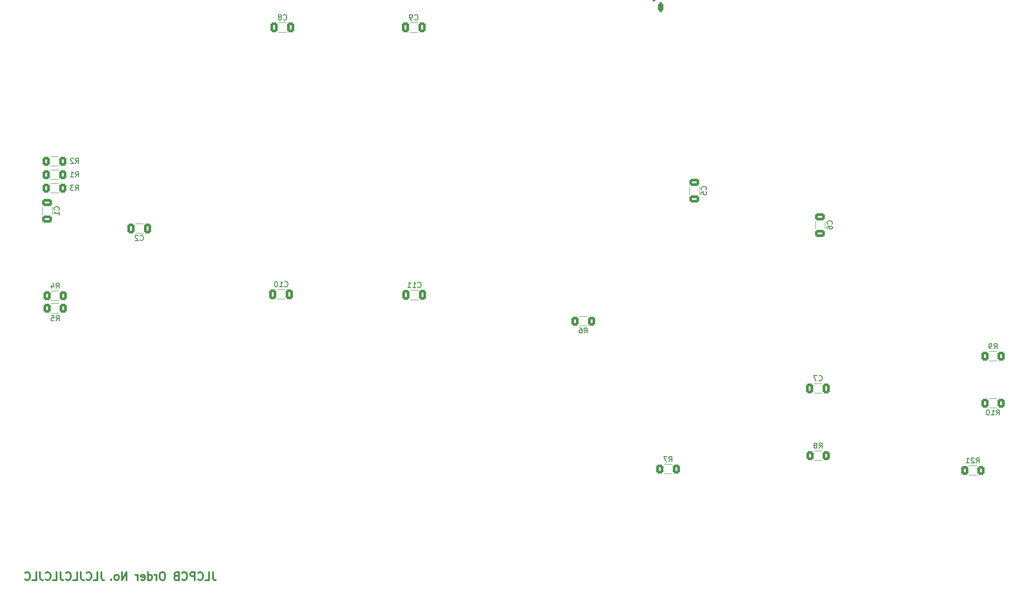
<source format=gbo>
%TF.GenerationSoftware,KiCad,Pcbnew,6.0.1+dfsg-1~bpo11+1*%
%TF.CreationDate,2022-02-11T13:16:42-06:00*%
%TF.ProjectId,raven68k-rev1,72617665-6e36-4386-9b2d-726576312e6b,rev?*%
%TF.SameCoordinates,Original*%
%TF.FileFunction,Legend,Bot*%
%TF.FilePolarity,Positive*%
%FSLAX46Y46*%
G04 Gerber Fmt 4.6, Leading zero omitted, Abs format (unit mm)*
G04 Created by KiCad (PCBNEW 6.0.1+dfsg-1~bpo11+1) date 2022-02-11 13:16:42*
%MOMM*%
%LPD*%
G01*
G04 APERTURE LIST*
G04 Aperture macros list*
%AMRoundRect*
0 Rectangle with rounded corners*
0 $1 Rounding radius*
0 $2 $3 $4 $5 $6 $7 $8 $9 X,Y pos of 4 corners*
0 Add a 4 corners polygon primitive as box body*
4,1,4,$2,$3,$4,$5,$6,$7,$8,$9,$2,$3,0*
0 Add four circle primitives for the rounded corners*
1,1,$1+$1,$2,$3*
1,1,$1+$1,$4,$5*
1,1,$1+$1,$6,$7*
1,1,$1+$1,$8,$9*
0 Add four rect primitives between the rounded corners*
20,1,$1+$1,$2,$3,$4,$5,0*
20,1,$1+$1,$4,$5,$6,$7,0*
20,1,$1+$1,$6,$7,$8,$9,0*
20,1,$1+$1,$8,$9,$2,$3,0*%
G04 Aperture macros list end*
%ADD10C,0.300000*%
%ADD11C,0.150000*%
%ADD12C,0.120000*%
%ADD13C,4.000000*%
%ADD14R,1.700000X1.700000*%
%ADD15O,1.700000X1.700000*%
%ADD16R,2.400000X1.600000*%
%ADD17O,2.400000X1.600000*%
%ADD18R,2.500000X2.500000*%
%ADD19C,2.500000*%
%ADD20R,1.500000X1.500000*%
%ADD21C,1.500000*%
%ADD22R,1.800000X1.800000*%
%ADD23C,1.800000*%
%ADD24C,5.340000*%
%ADD25C,4.575000*%
%ADD26R,1.100000X1.800000*%
%ADD27RoundRect,0.275000X-0.275000X-0.625000X0.275000X-0.625000X0.275000X0.625000X-0.275000X0.625000X0*%
%ADD28RoundRect,0.250000X0.650000X-0.412500X0.650000X0.412500X-0.650000X0.412500X-0.650000X-0.412500X0*%
%ADD29RoundRect,0.250000X-0.412500X-0.650000X0.412500X-0.650000X0.412500X0.650000X-0.412500X0.650000X0*%
%ADD30RoundRect,0.250000X0.412500X0.650000X-0.412500X0.650000X-0.412500X-0.650000X0.412500X-0.650000X0*%
%ADD31RoundRect,0.250000X0.400000X0.625000X-0.400000X0.625000X-0.400000X-0.625000X0.400000X-0.625000X0*%
%ADD32RoundRect,0.250000X-0.400000X-0.625000X0.400000X-0.625000X0.400000X0.625000X-0.400000X0.625000X0*%
G04 APERTURE END LIST*
D10*
X80576285Y-149038571D02*
X80576285Y-150110000D01*
X80647714Y-150324285D01*
X80790571Y-150467142D01*
X81004857Y-150538571D01*
X81147714Y-150538571D01*
X79147714Y-150538571D02*
X79862000Y-150538571D01*
X79862000Y-149038571D01*
X77790571Y-150395714D02*
X77862000Y-150467142D01*
X78076285Y-150538571D01*
X78219142Y-150538571D01*
X78433428Y-150467142D01*
X78576285Y-150324285D01*
X78647714Y-150181428D01*
X78719142Y-149895714D01*
X78719142Y-149681428D01*
X78647714Y-149395714D01*
X78576285Y-149252857D01*
X78433428Y-149110000D01*
X78219142Y-149038571D01*
X78076285Y-149038571D01*
X77862000Y-149110000D01*
X77790571Y-149181428D01*
X77147714Y-150538571D02*
X77147714Y-149038571D01*
X76576285Y-149038571D01*
X76433428Y-149110000D01*
X76362000Y-149181428D01*
X76290571Y-149324285D01*
X76290571Y-149538571D01*
X76362000Y-149681428D01*
X76433428Y-149752857D01*
X76576285Y-149824285D01*
X77147714Y-149824285D01*
X74790571Y-150395714D02*
X74862000Y-150467142D01*
X75076285Y-150538571D01*
X75219142Y-150538571D01*
X75433428Y-150467142D01*
X75576285Y-150324285D01*
X75647714Y-150181428D01*
X75719142Y-149895714D01*
X75719142Y-149681428D01*
X75647714Y-149395714D01*
X75576285Y-149252857D01*
X75433428Y-149110000D01*
X75219142Y-149038571D01*
X75076285Y-149038571D01*
X74862000Y-149110000D01*
X74790571Y-149181428D01*
X73647714Y-149752857D02*
X73433428Y-149824285D01*
X73362000Y-149895714D01*
X73290571Y-150038571D01*
X73290571Y-150252857D01*
X73362000Y-150395714D01*
X73433428Y-150467142D01*
X73576285Y-150538571D01*
X74147714Y-150538571D01*
X74147714Y-149038571D01*
X73647714Y-149038571D01*
X73504857Y-149110000D01*
X73433428Y-149181428D01*
X73362000Y-149324285D01*
X73362000Y-149467142D01*
X73433428Y-149610000D01*
X73504857Y-149681428D01*
X73647714Y-149752857D01*
X74147714Y-149752857D01*
X71219142Y-149038571D02*
X70933428Y-149038571D01*
X70790571Y-149110000D01*
X70647714Y-149252857D01*
X70576285Y-149538571D01*
X70576285Y-150038571D01*
X70647714Y-150324285D01*
X70790571Y-150467142D01*
X70933428Y-150538571D01*
X71219142Y-150538571D01*
X71362000Y-150467142D01*
X71504857Y-150324285D01*
X71576285Y-150038571D01*
X71576285Y-149538571D01*
X71504857Y-149252857D01*
X71362000Y-149110000D01*
X71219142Y-149038571D01*
X69933428Y-150538571D02*
X69933428Y-149538571D01*
X69933428Y-149824285D02*
X69862000Y-149681428D01*
X69790571Y-149610000D01*
X69647714Y-149538571D01*
X69504857Y-149538571D01*
X68362000Y-150538571D02*
X68362000Y-149038571D01*
X68362000Y-150467142D02*
X68504857Y-150538571D01*
X68790571Y-150538571D01*
X68933428Y-150467142D01*
X69004857Y-150395714D01*
X69076285Y-150252857D01*
X69076285Y-149824285D01*
X69004857Y-149681428D01*
X68933428Y-149610000D01*
X68790571Y-149538571D01*
X68504857Y-149538571D01*
X68362000Y-149610000D01*
X67076285Y-150467142D02*
X67219142Y-150538571D01*
X67504857Y-150538571D01*
X67647714Y-150467142D01*
X67719142Y-150324285D01*
X67719142Y-149752857D01*
X67647714Y-149610000D01*
X67504857Y-149538571D01*
X67219142Y-149538571D01*
X67076285Y-149610000D01*
X67004857Y-149752857D01*
X67004857Y-149895714D01*
X67719142Y-150038571D01*
X66362000Y-150538571D02*
X66362000Y-149538571D01*
X66362000Y-149824285D02*
X66290571Y-149681428D01*
X66219142Y-149610000D01*
X66076285Y-149538571D01*
X65933428Y-149538571D01*
X64290571Y-150538571D02*
X64290571Y-149038571D01*
X63433428Y-150538571D01*
X63433428Y-149038571D01*
X62504857Y-150538571D02*
X62647714Y-150467142D01*
X62719142Y-150395714D01*
X62790571Y-150252857D01*
X62790571Y-149824285D01*
X62719142Y-149681428D01*
X62647714Y-149610000D01*
X62504857Y-149538571D01*
X62290571Y-149538571D01*
X62147714Y-149610000D01*
X62076285Y-149681428D01*
X62004857Y-149824285D01*
X62004857Y-150252857D01*
X62076285Y-150395714D01*
X62147714Y-150467142D01*
X62290571Y-150538571D01*
X62504857Y-150538571D01*
X61362000Y-150395714D02*
X61290571Y-150467142D01*
X61362000Y-150538571D01*
X61433428Y-150467142D01*
X61362000Y-150395714D01*
X61362000Y-150538571D01*
X59506571Y-149038571D02*
X59506571Y-150110000D01*
X59578000Y-150324285D01*
X59720857Y-150467142D01*
X59935142Y-150538571D01*
X60078000Y-150538571D01*
X58078000Y-150538571D02*
X58792285Y-150538571D01*
X58792285Y-149038571D01*
X56720857Y-150395714D02*
X56792285Y-150467142D01*
X57006571Y-150538571D01*
X57149428Y-150538571D01*
X57363714Y-150467142D01*
X57506571Y-150324285D01*
X57578000Y-150181428D01*
X57649428Y-149895714D01*
X57649428Y-149681428D01*
X57578000Y-149395714D01*
X57506571Y-149252857D01*
X57363714Y-149110000D01*
X57149428Y-149038571D01*
X57006571Y-149038571D01*
X56792285Y-149110000D01*
X56720857Y-149181428D01*
X55649428Y-149038571D02*
X55649428Y-150110000D01*
X55720857Y-150324285D01*
X55863714Y-150467142D01*
X56078000Y-150538571D01*
X56220857Y-150538571D01*
X54220857Y-150538571D02*
X54935142Y-150538571D01*
X54935142Y-149038571D01*
X52863714Y-150395714D02*
X52935142Y-150467142D01*
X53149428Y-150538571D01*
X53292285Y-150538571D01*
X53506571Y-150467142D01*
X53649428Y-150324285D01*
X53720857Y-150181428D01*
X53792285Y-149895714D01*
X53792285Y-149681428D01*
X53720857Y-149395714D01*
X53649428Y-149252857D01*
X53506571Y-149110000D01*
X53292285Y-149038571D01*
X53149428Y-149038571D01*
X52935142Y-149110000D01*
X52863714Y-149181428D01*
X51792285Y-149038571D02*
X51792285Y-150110000D01*
X51863714Y-150324285D01*
X52006571Y-150467142D01*
X52220857Y-150538571D01*
X52363714Y-150538571D01*
X50363714Y-150538571D02*
X51077999Y-150538571D01*
X51077999Y-149038571D01*
X49006571Y-150395714D02*
X49077999Y-150467142D01*
X49292285Y-150538571D01*
X49435142Y-150538571D01*
X49649428Y-150467142D01*
X49792285Y-150324285D01*
X49863714Y-150181428D01*
X49935142Y-149895714D01*
X49935142Y-149681428D01*
X49863714Y-149395714D01*
X49792285Y-149252857D01*
X49649428Y-149110000D01*
X49435142Y-149038571D01*
X49292285Y-149038571D01*
X49077999Y-149110000D01*
X49006571Y-149181428D01*
X47935142Y-149038571D02*
X47935142Y-150110000D01*
X48006571Y-150324285D01*
X48149428Y-150467142D01*
X48363714Y-150538571D01*
X48506571Y-150538571D01*
X46506571Y-150538571D02*
X47220857Y-150538571D01*
X47220857Y-149038571D01*
X45149428Y-150395714D02*
X45220857Y-150467142D01*
X45435142Y-150538571D01*
X45577999Y-150538571D01*
X45792285Y-150467142D01*
X45935142Y-150324285D01*
X46006571Y-150181428D01*
X46077999Y-149895714D01*
X46077999Y-149681428D01*
X46006571Y-149395714D01*
X45935142Y-149252857D01*
X45792285Y-149110000D01*
X45577999Y-149038571D01*
X45435142Y-149038571D01*
X45220857Y-149110000D01*
X45149428Y-149181428D01*
D11*
%TO.C,C1*%
X51483142Y-80605333D02*
X51530761Y-80557714D01*
X51578380Y-80414857D01*
X51578380Y-80319619D01*
X51530761Y-80176761D01*
X51435523Y-80081523D01*
X51340285Y-80033904D01*
X51149809Y-79986285D01*
X51006952Y-79986285D01*
X50816476Y-80033904D01*
X50721238Y-80081523D01*
X50626000Y-80176761D01*
X50578380Y-80319619D01*
X50578380Y-80414857D01*
X50626000Y-80557714D01*
X50673619Y-80605333D01*
X51578380Y-81557714D02*
X51578380Y-80986285D01*
X51578380Y-81272000D02*
X50578380Y-81272000D01*
X50721238Y-81176761D01*
X50816476Y-81081523D01*
X50864095Y-80986285D01*
%TO.C,C2*%
X66841666Y-86281142D02*
X66889285Y-86328761D01*
X67032142Y-86376380D01*
X67127380Y-86376380D01*
X67270238Y-86328761D01*
X67365476Y-86233523D01*
X67413095Y-86138285D01*
X67460714Y-85947809D01*
X67460714Y-85804952D01*
X67413095Y-85614476D01*
X67365476Y-85519238D01*
X67270238Y-85424000D01*
X67127380Y-85376380D01*
X67032142Y-85376380D01*
X66889285Y-85424000D01*
X66841666Y-85471619D01*
X66460714Y-85471619D02*
X66413095Y-85424000D01*
X66317857Y-85376380D01*
X66079761Y-85376380D01*
X65984523Y-85424000D01*
X65936904Y-85471619D01*
X65889285Y-85566857D01*
X65889285Y-85662095D01*
X65936904Y-85804952D01*
X66508333Y-86376380D01*
X65889285Y-86376380D01*
%TO.C,C5*%
X173657142Y-76795333D02*
X173704761Y-76747714D01*
X173752380Y-76604857D01*
X173752380Y-76509619D01*
X173704761Y-76366761D01*
X173609523Y-76271523D01*
X173514285Y-76223904D01*
X173323809Y-76176285D01*
X173180952Y-76176285D01*
X172990476Y-76223904D01*
X172895238Y-76271523D01*
X172800000Y-76366761D01*
X172752380Y-76509619D01*
X172752380Y-76604857D01*
X172800000Y-76747714D01*
X172847619Y-76795333D01*
X172752380Y-77700095D02*
X172752380Y-77223904D01*
X173228571Y-77176285D01*
X173180952Y-77223904D01*
X173133333Y-77319142D01*
X173133333Y-77557238D01*
X173180952Y-77652476D01*
X173228571Y-77700095D01*
X173323809Y-77747714D01*
X173561904Y-77747714D01*
X173657142Y-77700095D01*
X173704761Y-77652476D01*
X173752380Y-77557238D01*
X173752380Y-77319142D01*
X173704761Y-77223904D01*
X173657142Y-77176285D01*
%TO.C,C6*%
X197406142Y-83272333D02*
X197453761Y-83224714D01*
X197501380Y-83081857D01*
X197501380Y-82986619D01*
X197453761Y-82843761D01*
X197358523Y-82748523D01*
X197263285Y-82700904D01*
X197072809Y-82653285D01*
X196929952Y-82653285D01*
X196739476Y-82700904D01*
X196644238Y-82748523D01*
X196549000Y-82843761D01*
X196501380Y-82986619D01*
X196501380Y-83081857D01*
X196549000Y-83224714D01*
X196596619Y-83272333D01*
X196501380Y-84129476D02*
X196501380Y-83939000D01*
X196549000Y-83843761D01*
X196596619Y-83796142D01*
X196739476Y-83700904D01*
X196929952Y-83653285D01*
X197310904Y-83653285D01*
X197406142Y-83700904D01*
X197453761Y-83748523D01*
X197501380Y-83843761D01*
X197501380Y-84034238D01*
X197453761Y-84129476D01*
X197406142Y-84177095D01*
X197310904Y-84224714D01*
X197072809Y-84224714D01*
X196977571Y-84177095D01*
X196929952Y-84129476D01*
X196882333Y-84034238D01*
X196882333Y-83843761D01*
X196929952Y-83748523D01*
X196977571Y-83700904D01*
X197072809Y-83653285D01*
%TO.C,C7*%
X194984666Y-112807142D02*
X195032285Y-112854761D01*
X195175142Y-112902380D01*
X195270380Y-112902380D01*
X195413238Y-112854761D01*
X195508476Y-112759523D01*
X195556095Y-112664285D01*
X195603714Y-112473809D01*
X195603714Y-112330952D01*
X195556095Y-112140476D01*
X195508476Y-112045238D01*
X195413238Y-111950000D01*
X195270380Y-111902380D01*
X195175142Y-111902380D01*
X195032285Y-111950000D01*
X194984666Y-111997619D01*
X194651333Y-111902380D02*
X193984666Y-111902380D01*
X194413238Y-112902380D01*
%TO.C,C8*%
X93892666Y-44608142D02*
X93940285Y-44655761D01*
X94083142Y-44703380D01*
X94178380Y-44703380D01*
X94321238Y-44655761D01*
X94416476Y-44560523D01*
X94464095Y-44465285D01*
X94511714Y-44274809D01*
X94511714Y-44131952D01*
X94464095Y-43941476D01*
X94416476Y-43846238D01*
X94321238Y-43751000D01*
X94178380Y-43703380D01*
X94083142Y-43703380D01*
X93940285Y-43751000D01*
X93892666Y-43798619D01*
X93321238Y-44131952D02*
X93416476Y-44084333D01*
X93464095Y-44036714D01*
X93511714Y-43941476D01*
X93511714Y-43893857D01*
X93464095Y-43798619D01*
X93416476Y-43751000D01*
X93321238Y-43703380D01*
X93130761Y-43703380D01*
X93035523Y-43751000D01*
X92987904Y-43798619D01*
X92940285Y-43893857D01*
X92940285Y-43941476D01*
X92987904Y-44036714D01*
X93035523Y-44084333D01*
X93130761Y-44131952D01*
X93321238Y-44131952D01*
X93416476Y-44179571D01*
X93464095Y-44227190D01*
X93511714Y-44322428D01*
X93511714Y-44512904D01*
X93464095Y-44608142D01*
X93416476Y-44655761D01*
X93321238Y-44703380D01*
X93130761Y-44703380D01*
X93035523Y-44655761D01*
X92987904Y-44608142D01*
X92940285Y-44512904D01*
X92940285Y-44322428D01*
X92987904Y-44227190D01*
X93035523Y-44179571D01*
X93130761Y-44131952D01*
%TO.C,C9*%
X118657666Y-44608142D02*
X118705285Y-44655761D01*
X118848142Y-44703380D01*
X118943380Y-44703380D01*
X119086238Y-44655761D01*
X119181476Y-44560523D01*
X119229095Y-44465285D01*
X119276714Y-44274809D01*
X119276714Y-44131952D01*
X119229095Y-43941476D01*
X119181476Y-43846238D01*
X119086238Y-43751000D01*
X118943380Y-43703380D01*
X118848142Y-43703380D01*
X118705285Y-43751000D01*
X118657666Y-43798619D01*
X118181476Y-44703380D02*
X117991000Y-44703380D01*
X117895761Y-44655761D01*
X117848142Y-44608142D01*
X117752904Y-44465285D01*
X117705285Y-44274809D01*
X117705285Y-43893857D01*
X117752904Y-43798619D01*
X117800523Y-43751000D01*
X117895761Y-43703380D01*
X118086238Y-43703380D01*
X118181476Y-43751000D01*
X118229095Y-43798619D01*
X118276714Y-43893857D01*
X118276714Y-44131952D01*
X118229095Y-44227190D01*
X118181476Y-44274809D01*
X118086238Y-44322428D01*
X117895761Y-44322428D01*
X117800523Y-44274809D01*
X117752904Y-44227190D01*
X117705285Y-44131952D01*
%TO.C,C11*%
X119260857Y-95154142D02*
X119308476Y-95201761D01*
X119451333Y-95249380D01*
X119546571Y-95249380D01*
X119689428Y-95201761D01*
X119784666Y-95106523D01*
X119832285Y-95011285D01*
X119879904Y-94820809D01*
X119879904Y-94677952D01*
X119832285Y-94487476D01*
X119784666Y-94392238D01*
X119689428Y-94297000D01*
X119546571Y-94249380D01*
X119451333Y-94249380D01*
X119308476Y-94297000D01*
X119260857Y-94344619D01*
X118308476Y-95249380D02*
X118879904Y-95249380D01*
X118594190Y-95249380D02*
X118594190Y-94249380D01*
X118689428Y-94392238D01*
X118784666Y-94487476D01*
X118879904Y-94535095D01*
X117356095Y-95249380D02*
X117927523Y-95249380D01*
X117641809Y-95249380D02*
X117641809Y-94249380D01*
X117737047Y-94392238D01*
X117832285Y-94487476D01*
X117927523Y-94535095D01*
%TO.C,C10*%
X94114857Y-95027142D02*
X94162476Y-95074761D01*
X94305333Y-95122380D01*
X94400571Y-95122380D01*
X94543428Y-95074761D01*
X94638666Y-94979523D01*
X94686285Y-94884285D01*
X94733904Y-94693809D01*
X94733904Y-94550952D01*
X94686285Y-94360476D01*
X94638666Y-94265238D01*
X94543428Y-94170000D01*
X94400571Y-94122380D01*
X94305333Y-94122380D01*
X94162476Y-94170000D01*
X94114857Y-94217619D01*
X93162476Y-95122380D02*
X93733904Y-95122380D01*
X93448190Y-95122380D02*
X93448190Y-94122380D01*
X93543428Y-94265238D01*
X93638666Y-94360476D01*
X93733904Y-94408095D01*
X92543428Y-94122380D02*
X92448190Y-94122380D01*
X92352952Y-94170000D01*
X92305333Y-94217619D01*
X92257714Y-94312857D01*
X92210095Y-94503333D01*
X92210095Y-94741428D01*
X92257714Y-94931904D01*
X92305333Y-95027142D01*
X92352952Y-95074761D01*
X92448190Y-95122380D01*
X92543428Y-95122380D01*
X92638666Y-95074761D01*
X92686285Y-95027142D01*
X92733904Y-94931904D01*
X92781523Y-94741428D01*
X92781523Y-94503333D01*
X92733904Y-94312857D01*
X92686285Y-94217619D01*
X92638666Y-94170000D01*
X92543428Y-94122380D01*
%TO.C,R21*%
X224670857Y-128426380D02*
X225004190Y-127950190D01*
X225242285Y-128426380D02*
X225242285Y-127426380D01*
X224861333Y-127426380D01*
X224766095Y-127474000D01*
X224718476Y-127521619D01*
X224670857Y-127616857D01*
X224670857Y-127759714D01*
X224718476Y-127854952D01*
X224766095Y-127902571D01*
X224861333Y-127950190D01*
X225242285Y-127950190D01*
X224289904Y-127521619D02*
X224242285Y-127474000D01*
X224147047Y-127426380D01*
X223908952Y-127426380D01*
X223813714Y-127474000D01*
X223766095Y-127521619D01*
X223718476Y-127616857D01*
X223718476Y-127712095D01*
X223766095Y-127854952D01*
X224337523Y-128426380D01*
X223718476Y-128426380D01*
X222766095Y-128426380D02*
X223337523Y-128426380D01*
X223051809Y-128426380D02*
X223051809Y-127426380D01*
X223147047Y-127569238D01*
X223242285Y-127664476D01*
X223337523Y-127712095D01*
%TO.C,R4*%
X50966666Y-95406380D02*
X51300000Y-94930190D01*
X51538095Y-95406380D02*
X51538095Y-94406380D01*
X51157142Y-94406380D01*
X51061904Y-94454000D01*
X51014285Y-94501619D01*
X50966666Y-94596857D01*
X50966666Y-94739714D01*
X51014285Y-94834952D01*
X51061904Y-94882571D01*
X51157142Y-94930190D01*
X51538095Y-94930190D01*
X50109523Y-94739714D02*
X50109523Y-95406380D01*
X50347619Y-94358761D02*
X50585714Y-95073047D01*
X49966666Y-95073047D01*
%TO.C,R2*%
X54649666Y-71826380D02*
X54983000Y-71350190D01*
X55221095Y-71826380D02*
X55221095Y-70826380D01*
X54840142Y-70826380D01*
X54744904Y-70874000D01*
X54697285Y-70921619D01*
X54649666Y-71016857D01*
X54649666Y-71159714D01*
X54697285Y-71254952D01*
X54744904Y-71302571D01*
X54840142Y-71350190D01*
X55221095Y-71350190D01*
X54268714Y-70921619D02*
X54221095Y-70874000D01*
X54125857Y-70826380D01*
X53887761Y-70826380D01*
X53792523Y-70874000D01*
X53744904Y-70921619D01*
X53697285Y-71016857D01*
X53697285Y-71112095D01*
X53744904Y-71254952D01*
X54316333Y-71826380D01*
X53697285Y-71826380D01*
%TO.C,R1*%
X54649666Y-74366380D02*
X54983000Y-73890190D01*
X55221095Y-74366380D02*
X55221095Y-73366380D01*
X54840142Y-73366380D01*
X54744904Y-73414000D01*
X54697285Y-73461619D01*
X54649666Y-73556857D01*
X54649666Y-73699714D01*
X54697285Y-73794952D01*
X54744904Y-73842571D01*
X54840142Y-73890190D01*
X55221095Y-73890190D01*
X53697285Y-74366380D02*
X54268714Y-74366380D01*
X53983000Y-74366380D02*
X53983000Y-73366380D01*
X54078238Y-73509238D01*
X54173476Y-73604476D01*
X54268714Y-73652095D01*
%TO.C,R6*%
X150661666Y-103872380D02*
X150995000Y-103396190D01*
X151233095Y-103872380D02*
X151233095Y-102872380D01*
X150852142Y-102872380D01*
X150756904Y-102920000D01*
X150709285Y-102967619D01*
X150661666Y-103062857D01*
X150661666Y-103205714D01*
X150709285Y-103300952D01*
X150756904Y-103348571D01*
X150852142Y-103396190D01*
X151233095Y-103396190D01*
X149804523Y-102872380D02*
X149995000Y-102872380D01*
X150090238Y-102920000D01*
X150137857Y-102967619D01*
X150233095Y-103110476D01*
X150280714Y-103300952D01*
X150280714Y-103681904D01*
X150233095Y-103777142D01*
X150185476Y-103824761D01*
X150090238Y-103872380D01*
X149899761Y-103872380D01*
X149804523Y-103824761D01*
X149756904Y-103777142D01*
X149709285Y-103681904D01*
X149709285Y-103443809D01*
X149756904Y-103348571D01*
X149804523Y-103300952D01*
X149899761Y-103253333D01*
X150090238Y-103253333D01*
X150185476Y-103300952D01*
X150233095Y-103348571D01*
X150280714Y-103443809D01*
%TO.C,R8*%
X194984666Y-125632380D02*
X195318000Y-125156190D01*
X195556095Y-125632380D02*
X195556095Y-124632380D01*
X195175142Y-124632380D01*
X195079904Y-124680000D01*
X195032285Y-124727619D01*
X194984666Y-124822857D01*
X194984666Y-124965714D01*
X195032285Y-125060952D01*
X195079904Y-125108571D01*
X195175142Y-125156190D01*
X195556095Y-125156190D01*
X194413238Y-125060952D02*
X194508476Y-125013333D01*
X194556095Y-124965714D01*
X194603714Y-124870476D01*
X194603714Y-124822857D01*
X194556095Y-124727619D01*
X194508476Y-124680000D01*
X194413238Y-124632380D01*
X194222761Y-124632380D01*
X194127523Y-124680000D01*
X194079904Y-124727619D01*
X194032285Y-124822857D01*
X194032285Y-124870476D01*
X194079904Y-124965714D01*
X194127523Y-125013333D01*
X194222761Y-125060952D01*
X194413238Y-125060952D01*
X194508476Y-125108571D01*
X194556095Y-125156190D01*
X194603714Y-125251428D01*
X194603714Y-125441904D01*
X194556095Y-125537142D01*
X194508476Y-125584761D01*
X194413238Y-125632380D01*
X194222761Y-125632380D01*
X194127523Y-125584761D01*
X194079904Y-125537142D01*
X194032285Y-125441904D01*
X194032285Y-125251428D01*
X194079904Y-125156190D01*
X194127523Y-125108571D01*
X194222761Y-125060952D01*
%TO.C,R7*%
X166663666Y-128172380D02*
X166997000Y-127696190D01*
X167235095Y-128172380D02*
X167235095Y-127172380D01*
X166854142Y-127172380D01*
X166758904Y-127220000D01*
X166711285Y-127267619D01*
X166663666Y-127362857D01*
X166663666Y-127505714D01*
X166711285Y-127600952D01*
X166758904Y-127648571D01*
X166854142Y-127696190D01*
X167235095Y-127696190D01*
X166330333Y-127172380D02*
X165663666Y-127172380D01*
X166092238Y-128172380D01*
%TO.C,R10*%
X228480857Y-119366380D02*
X228814190Y-118890190D01*
X229052285Y-119366380D02*
X229052285Y-118366380D01*
X228671333Y-118366380D01*
X228576095Y-118414000D01*
X228528476Y-118461619D01*
X228480857Y-118556857D01*
X228480857Y-118699714D01*
X228528476Y-118794952D01*
X228576095Y-118842571D01*
X228671333Y-118890190D01*
X229052285Y-118890190D01*
X227528476Y-119366380D02*
X228099904Y-119366380D01*
X227814190Y-119366380D02*
X227814190Y-118366380D01*
X227909428Y-118509238D01*
X228004666Y-118604476D01*
X228099904Y-118652095D01*
X226909428Y-118366380D02*
X226814190Y-118366380D01*
X226718952Y-118414000D01*
X226671333Y-118461619D01*
X226623714Y-118556857D01*
X226576095Y-118747333D01*
X226576095Y-118985428D01*
X226623714Y-119175904D01*
X226671333Y-119271142D01*
X226718952Y-119318761D01*
X226814190Y-119366380D01*
X226909428Y-119366380D01*
X227004666Y-119318761D01*
X227052285Y-119271142D01*
X227099904Y-119175904D01*
X227147523Y-118985428D01*
X227147523Y-118747333D01*
X227099904Y-118556857D01*
X227052285Y-118461619D01*
X227004666Y-118414000D01*
X226909428Y-118366380D01*
%TO.C,R3*%
X54649666Y-76906380D02*
X54983000Y-76430190D01*
X55221095Y-76906380D02*
X55221095Y-75906380D01*
X54840142Y-75906380D01*
X54744904Y-75954000D01*
X54697285Y-76001619D01*
X54649666Y-76096857D01*
X54649666Y-76239714D01*
X54697285Y-76334952D01*
X54744904Y-76382571D01*
X54840142Y-76430190D01*
X55221095Y-76430190D01*
X54316333Y-75906380D02*
X53697285Y-75906380D01*
X54030619Y-76287333D01*
X53887761Y-76287333D01*
X53792523Y-76334952D01*
X53744904Y-76382571D01*
X53697285Y-76477809D01*
X53697285Y-76715904D01*
X53744904Y-76811142D01*
X53792523Y-76858761D01*
X53887761Y-76906380D01*
X54173476Y-76906380D01*
X54268714Y-76858761D01*
X54316333Y-76811142D01*
%TO.C,R5*%
X50966666Y-101544380D02*
X51300000Y-101068190D01*
X51538095Y-101544380D02*
X51538095Y-100544380D01*
X51157142Y-100544380D01*
X51061904Y-100592000D01*
X51014285Y-100639619D01*
X50966666Y-100734857D01*
X50966666Y-100877714D01*
X51014285Y-100972952D01*
X51061904Y-101020571D01*
X51157142Y-101068190D01*
X51538095Y-101068190D01*
X50061904Y-100544380D02*
X50538095Y-100544380D01*
X50585714Y-101020571D01*
X50538095Y-100972952D01*
X50442857Y-100925333D01*
X50204761Y-100925333D01*
X50109523Y-100972952D01*
X50061904Y-101020571D01*
X50014285Y-101115809D01*
X50014285Y-101353904D01*
X50061904Y-101449142D01*
X50109523Y-101496761D01*
X50204761Y-101544380D01*
X50442857Y-101544380D01*
X50538095Y-101496761D01*
X50585714Y-101449142D01*
%TO.C,R9*%
X228004666Y-106836380D02*
X228338000Y-106360190D01*
X228576095Y-106836380D02*
X228576095Y-105836380D01*
X228195142Y-105836380D01*
X228099904Y-105884000D01*
X228052285Y-105931619D01*
X228004666Y-106026857D01*
X228004666Y-106169714D01*
X228052285Y-106264952D01*
X228099904Y-106312571D01*
X228195142Y-106360190D01*
X228576095Y-106360190D01*
X227528476Y-106836380D02*
X227338000Y-106836380D01*
X227242761Y-106788761D01*
X227195142Y-106741142D01*
X227099904Y-106598285D01*
X227052285Y-106407809D01*
X227052285Y-106026857D01*
X227099904Y-105931619D01*
X227147523Y-105884000D01*
X227242761Y-105836380D01*
X227433238Y-105836380D01*
X227528476Y-105884000D01*
X227576095Y-105931619D01*
X227623714Y-106026857D01*
X227623714Y-106264952D01*
X227576095Y-106360190D01*
X227528476Y-106407809D01*
X227433238Y-106455428D01*
X227242761Y-106455428D01*
X227147523Y-106407809D01*
X227099904Y-106360190D01*
X227052285Y-106264952D01*
D12*
%TO.C,C1*%
X50186000Y-81483252D02*
X50186000Y-80060748D01*
X48366000Y-81483252D02*
X48366000Y-80060748D01*
%TO.C,C2*%
X65963748Y-83164000D02*
X67386252Y-83164000D01*
X65963748Y-84984000D02*
X67386252Y-84984000D01*
%TO.C,C5*%
X172360000Y-77673252D02*
X172360000Y-76250748D01*
X170540000Y-77673252D02*
X170540000Y-76250748D01*
%TO.C,C6*%
X196109000Y-84150252D02*
X196109000Y-82727748D01*
X194289000Y-84150252D02*
X194289000Y-82727748D01*
%TO.C,C7*%
X195529252Y-113390000D02*
X194106748Y-113390000D01*
X195529252Y-115210000D02*
X194106748Y-115210000D01*
%TO.C,C8*%
X94437252Y-45191000D02*
X93014748Y-45191000D01*
X94437252Y-47011000D02*
X93014748Y-47011000D01*
%TO.C,C9*%
X119202252Y-47011000D02*
X117779748Y-47011000D01*
X119202252Y-45191000D02*
X117779748Y-45191000D01*
%TO.C,C11*%
X119329252Y-97557000D02*
X117906748Y-97557000D01*
X119329252Y-95737000D02*
X117906748Y-95737000D01*
%TO.C,C10*%
X94183252Y-95610000D02*
X92760748Y-95610000D01*
X94183252Y-97430000D02*
X92760748Y-97430000D01*
%TO.C,R21*%
X224755064Y-128884000D02*
X223300936Y-128884000D01*
X224755064Y-130704000D02*
X223300936Y-130704000D01*
%TO.C,R4*%
X51527064Y-95864000D02*
X50072936Y-95864000D01*
X51527064Y-97684000D02*
X50072936Y-97684000D01*
%TO.C,R2*%
X51400064Y-70464000D02*
X49945936Y-70464000D01*
X51400064Y-72284000D02*
X49945936Y-72284000D01*
%TO.C,R1*%
X51400064Y-73004000D02*
X49945936Y-73004000D01*
X51400064Y-74824000D02*
X49945936Y-74824000D01*
%TO.C,R6*%
X149767936Y-102510000D02*
X151222064Y-102510000D01*
X149767936Y-100690000D02*
X151222064Y-100690000D01*
%TO.C,R8*%
X195545064Y-126090000D02*
X194090936Y-126090000D01*
X195545064Y-127910000D02*
X194090936Y-127910000D01*
%TO.C,R7*%
X167224064Y-128630000D02*
X165769936Y-128630000D01*
X167224064Y-130450000D02*
X165769936Y-130450000D01*
%TO.C,R10*%
X227110936Y-118004000D02*
X228565064Y-118004000D01*
X227110936Y-116184000D02*
X228565064Y-116184000D01*
%TO.C,R3*%
X51400064Y-75544000D02*
X49945936Y-75544000D01*
X51400064Y-77364000D02*
X49945936Y-77364000D01*
%TO.C,R5*%
X51527064Y-100097000D02*
X50072936Y-100097000D01*
X51527064Y-98277000D02*
X50072936Y-98277000D01*
%TO.C,R9*%
X228565064Y-107294000D02*
X227110936Y-107294000D01*
X228565064Y-109114000D02*
X227110936Y-109114000D01*
%TD*%
%LPC*%
D13*
%TO.C,REF\u002A\u002A*%
X212852000Y-56134000D03*
%TD*%
D14*
%TO.C,J1*%
X136271000Y-45148500D03*
D15*
X138811000Y-45148500D03*
X141351000Y-45148500D03*
X143891000Y-45148500D03*
X146431000Y-45148500D03*
X148971000Y-45148500D03*
%TD*%
D16*
%TO.C,U4*%
X146050000Y-81285000D03*
D17*
X146050000Y-83825000D03*
X146050000Y-86365000D03*
X146050000Y-88905000D03*
X146050000Y-91445000D03*
X146050000Y-93985000D03*
X146050000Y-96525000D03*
X146050000Y-99065000D03*
X146050000Y-101605000D03*
X146050000Y-104145000D03*
X146050000Y-106685000D03*
X146050000Y-109225000D03*
X146050000Y-111765000D03*
X146050000Y-114305000D03*
X146050000Y-116845000D03*
X146050000Y-119385000D03*
X146050000Y-121925000D03*
X146050000Y-124465000D03*
X146050000Y-127005000D03*
X146050000Y-129545000D03*
X171450000Y-129545000D03*
X171450000Y-127005000D03*
X171450000Y-124465000D03*
X171450000Y-121925000D03*
X171450000Y-119385000D03*
X171450000Y-116845000D03*
X171450000Y-114305000D03*
X171450000Y-111765000D03*
X171450000Y-109225000D03*
X171450000Y-106685000D03*
X171450000Y-104145000D03*
X171450000Y-101605000D03*
X171450000Y-99065000D03*
X171450000Y-96525000D03*
X171450000Y-93985000D03*
X171450000Y-91445000D03*
X171450000Y-88905000D03*
X171450000Y-86365000D03*
X171450000Y-83825000D03*
X171450000Y-81285000D03*
%TD*%
D16*
%TO.C,U2*%
X45974000Y-45969000D03*
D17*
X45974000Y-48509000D03*
X45974000Y-51049000D03*
X45974000Y-53589000D03*
X45974000Y-56129000D03*
X45974000Y-58669000D03*
X45974000Y-61209000D03*
X45974000Y-63749000D03*
X45974000Y-66289000D03*
X45974000Y-68829000D03*
X45974000Y-71369000D03*
X45974000Y-73909000D03*
X45974000Y-76449000D03*
X45974000Y-78989000D03*
X45974000Y-81529000D03*
X45974000Y-84069000D03*
X45974000Y-86609000D03*
X45974000Y-89149000D03*
X45974000Y-91689000D03*
X45974000Y-94229000D03*
X45974000Y-96769000D03*
X45974000Y-99309000D03*
X45974000Y-101849000D03*
X45974000Y-104389000D03*
X45974000Y-106929000D03*
X45974000Y-109469000D03*
X45974000Y-112009000D03*
X45974000Y-114549000D03*
X45974000Y-117089000D03*
X45974000Y-119629000D03*
X45974000Y-122169000D03*
X45974000Y-124709000D03*
X71374000Y-124709000D03*
X71374000Y-122169000D03*
X71374000Y-119629000D03*
X71374000Y-117089000D03*
X71374000Y-114549000D03*
X71374000Y-112009000D03*
X71374000Y-109469000D03*
X71374000Y-106929000D03*
X71374000Y-104389000D03*
X71374000Y-101849000D03*
X71374000Y-99309000D03*
X71374000Y-96769000D03*
X71374000Y-94229000D03*
X71374000Y-91689000D03*
X71374000Y-89149000D03*
X71374000Y-86609000D03*
X71374000Y-84069000D03*
X71374000Y-81529000D03*
X71374000Y-78989000D03*
X71374000Y-76449000D03*
X71374000Y-73909000D03*
X71374000Y-71369000D03*
X71374000Y-68829000D03*
X71374000Y-66289000D03*
X71374000Y-63749000D03*
X71374000Y-61209000D03*
X71374000Y-58669000D03*
X71374000Y-56129000D03*
X71374000Y-53589000D03*
X71374000Y-51049000D03*
X71374000Y-48509000D03*
X71374000Y-45969000D03*
%TD*%
D16*
%TO.C,U5*%
X190510000Y-85095000D03*
D17*
X190510000Y-87635000D03*
X190510000Y-90175000D03*
X190510000Y-92715000D03*
X190510000Y-95255000D03*
X190510000Y-97795000D03*
X190510000Y-100335000D03*
X190510000Y-102875000D03*
X190510000Y-105415000D03*
X190510000Y-107955000D03*
X198130000Y-107955000D03*
X198130000Y-105415000D03*
X198130000Y-102875000D03*
X198130000Y-100335000D03*
X198130000Y-97795000D03*
X198130000Y-95255000D03*
X198130000Y-92715000D03*
X198130000Y-90175000D03*
X198130000Y-87635000D03*
X198130000Y-85095000D03*
%TD*%
D14*
%TO.C,U6*%
X160909000Y-142621000D03*
D15*
X163449000Y-142621000D03*
X165989000Y-142621000D03*
X168529000Y-142621000D03*
X171069000Y-142621000D03*
X173609000Y-142621000D03*
%TD*%
D18*
%TO.C,X2*%
X158750000Y-59690000D03*
D19*
X158750000Y-74930000D03*
X166370000Y-74930000D03*
X166370000Y-59690000D03*
%TD*%
D16*
%TO.C,U10*%
X108199000Y-96505000D03*
D17*
X108199000Y-99045000D03*
X108199000Y-101585000D03*
X108199000Y-104125000D03*
X108199000Y-106665000D03*
X108199000Y-109205000D03*
X108199000Y-111745000D03*
X108199000Y-114285000D03*
X108199000Y-116825000D03*
X108199000Y-119365000D03*
X108199000Y-121905000D03*
X108199000Y-124445000D03*
X108199000Y-126985000D03*
X108199000Y-129525000D03*
X123439000Y-129525000D03*
X123439000Y-126985000D03*
X123439000Y-124445000D03*
X123439000Y-121905000D03*
X123439000Y-119365000D03*
X123439000Y-116825000D03*
X123439000Y-114285000D03*
X123439000Y-111745000D03*
X123439000Y-109205000D03*
X123439000Y-106665000D03*
X123439000Y-104125000D03*
X123439000Y-101585000D03*
X123439000Y-99045000D03*
X123439000Y-96505000D03*
%TD*%
D16*
%TO.C,U11*%
X83053000Y-96505000D03*
D17*
X83053000Y-99045000D03*
X83053000Y-101585000D03*
X83053000Y-104125000D03*
X83053000Y-106665000D03*
X83053000Y-109205000D03*
X83053000Y-111745000D03*
X83053000Y-114285000D03*
X83053000Y-116825000D03*
X83053000Y-119365000D03*
X83053000Y-121905000D03*
X83053000Y-124445000D03*
X83053000Y-126985000D03*
X83053000Y-129525000D03*
X98293000Y-129525000D03*
X98293000Y-126985000D03*
X98293000Y-124445000D03*
X98293000Y-121905000D03*
X98293000Y-119365000D03*
X98293000Y-116825000D03*
X98293000Y-114285000D03*
X98293000Y-111745000D03*
X98293000Y-109205000D03*
X98293000Y-106665000D03*
X98293000Y-104125000D03*
X98293000Y-101585000D03*
X98293000Y-99045000D03*
X98293000Y-96505000D03*
%TD*%
D16*
%TO.C,U9*%
X108199000Y-45847000D03*
D17*
X108199000Y-48387000D03*
X108199000Y-50927000D03*
X108199000Y-53467000D03*
X108199000Y-56007000D03*
X108199000Y-58547000D03*
X108199000Y-61087000D03*
X108199000Y-63627000D03*
X108199000Y-66167000D03*
X108199000Y-68707000D03*
X108199000Y-71247000D03*
X108199000Y-73787000D03*
X108199000Y-76327000D03*
X108199000Y-78867000D03*
X108199000Y-81407000D03*
X108199000Y-83947000D03*
X123439000Y-83947000D03*
X123439000Y-81407000D03*
X123439000Y-78867000D03*
X123439000Y-76327000D03*
X123439000Y-73787000D03*
X123439000Y-71247000D03*
X123439000Y-68707000D03*
X123439000Y-66167000D03*
X123439000Y-63627000D03*
X123439000Y-61087000D03*
X123439000Y-58547000D03*
X123439000Y-56007000D03*
X123439000Y-53467000D03*
X123439000Y-50927000D03*
X123439000Y-48387000D03*
X123439000Y-45847000D03*
%TD*%
D16*
%TO.C,U8*%
X83307000Y-45974000D03*
D17*
X83307000Y-48514000D03*
X83307000Y-51054000D03*
X83307000Y-53594000D03*
X83307000Y-56134000D03*
X83307000Y-58674000D03*
X83307000Y-61214000D03*
X83307000Y-63754000D03*
X83307000Y-66294000D03*
X83307000Y-68834000D03*
X83307000Y-71374000D03*
X83307000Y-73914000D03*
X83307000Y-76454000D03*
X83307000Y-78994000D03*
X83307000Y-81534000D03*
X83307000Y-84074000D03*
X98547000Y-84074000D03*
X98547000Y-81534000D03*
X98547000Y-78994000D03*
X98547000Y-76454000D03*
X98547000Y-73914000D03*
X98547000Y-71374000D03*
X98547000Y-68834000D03*
X98547000Y-66294000D03*
X98547000Y-63754000D03*
X98547000Y-61214000D03*
X98547000Y-58674000D03*
X98547000Y-56134000D03*
X98547000Y-53594000D03*
X98547000Y-51054000D03*
X98547000Y-48514000D03*
X98547000Y-45974000D03*
%TD*%
D16*
%TO.C,U7*%
X184145000Y-114295000D03*
D17*
X184145000Y-116835000D03*
X184145000Y-119375000D03*
X184145000Y-121915000D03*
X184145000Y-124455000D03*
X184145000Y-126995000D03*
X184145000Y-129535000D03*
X184145000Y-132075000D03*
X184145000Y-134615000D03*
X184145000Y-137155000D03*
X184145000Y-139695000D03*
X184145000Y-142235000D03*
X199385000Y-142235000D03*
X199385000Y-139695000D03*
X199385000Y-137155000D03*
X199385000Y-134615000D03*
X199385000Y-132075000D03*
X199385000Y-129535000D03*
X199385000Y-126995000D03*
X199385000Y-124455000D03*
X199385000Y-121915000D03*
X199385000Y-119375000D03*
X199385000Y-116835000D03*
X199385000Y-114295000D03*
%TD*%
D18*
%TO.C,X1*%
X51054000Y-141224000D03*
D19*
X66294000Y-141224000D03*
X66294000Y-133604000D03*
X51054000Y-133604000D03*
%TD*%
D14*
%TO.C,J2*%
X131953000Y-144272000D03*
D15*
X131953000Y-141732000D03*
X134493000Y-144272000D03*
X134493000Y-141732000D03*
X137033000Y-144272000D03*
X137033000Y-141732000D03*
X139573000Y-144272000D03*
X139573000Y-141732000D03*
X142113000Y-144272000D03*
X142113000Y-141732000D03*
X144653000Y-144272000D03*
X144653000Y-141732000D03*
X147193000Y-144272000D03*
X147193000Y-141732000D03*
X149733000Y-144272000D03*
X149733000Y-141732000D03*
%TD*%
D20*
%TO.C,H1*%
X233188000Y-88474000D03*
D21*
X235188000Y-88474000D03*
X233188000Y-90474000D03*
X235188000Y-90474000D03*
X233188000Y-92474000D03*
X235188000Y-92474000D03*
X233188000Y-94474000D03*
X235188000Y-94474000D03*
X233188000Y-96474000D03*
X235188000Y-96474000D03*
X233188000Y-98474000D03*
X235188000Y-98474000D03*
X233188000Y-100474000D03*
X235188000Y-100474000D03*
X233188000Y-102474000D03*
X235188000Y-102474000D03*
X233188000Y-104474000D03*
X235188000Y-104474000D03*
X233188000Y-106474000D03*
X235188000Y-106474000D03*
X233188000Y-108474000D03*
X235188000Y-108474000D03*
X233188000Y-110474000D03*
X235188000Y-110474000D03*
X233188000Y-112474000D03*
X235188000Y-112474000D03*
X233188000Y-114474000D03*
X235188000Y-114474000D03*
X233188000Y-116474000D03*
X235188000Y-116474000D03*
X233188000Y-118474000D03*
X235188000Y-118474000D03*
X233188000Y-120474000D03*
X235188000Y-120474000D03*
X233188000Y-122474000D03*
X235188000Y-122474000D03*
X233188000Y-124474000D03*
X235188000Y-124474000D03*
X233188000Y-126474000D03*
X235188000Y-126474000D03*
X233188000Y-128474000D03*
X235188000Y-128474000D03*
X233188000Y-130474000D03*
X235188000Y-130474000D03*
%TD*%
D16*
%TO.C,RN1*%
X213878000Y-101844000D03*
D17*
X213878000Y-104384000D03*
X213878000Y-106924000D03*
X213878000Y-109464000D03*
X213878000Y-112004000D03*
X213878000Y-114544000D03*
X213878000Y-117084000D03*
X213878000Y-119624000D03*
X221498000Y-119624000D03*
X221498000Y-117084000D03*
X221498000Y-114544000D03*
X221498000Y-112004000D03*
X221498000Y-109464000D03*
X221498000Y-106924000D03*
X221498000Y-104384000D03*
X221498000Y-101844000D03*
%TD*%
D22*
%TO.C,D3*%
X177800000Y-55880000D03*
D23*
X177800000Y-53340000D03*
%TD*%
D22*
%TO.C,D4*%
X177800000Y-46990000D03*
D23*
X177800000Y-49530000D03*
%TD*%
D22*
%TO.C,D5*%
X225298000Y-125984000D03*
D23*
X222758000Y-125984000D03*
%TD*%
D24*
%TO.C,J3*%
X225859000Y-60095000D03*
D25*
X228859000Y-55295000D03*
X232109000Y-60095000D03*
%TD*%
D13*
%TO.C,REF\u002A\u002A*%
X40640000Y-146812000D03*
%TD*%
%TO.C,REF\u002A\u002A*%
X238760000Y-146558000D03*
%TD*%
D23*
%TO.C,S2*%
X232283000Y-45974000D03*
X226983000Y-45974000D03*
%TD*%
D26*
%TO.C,U1*%
X162560000Y-42310000D03*
D27*
X163830000Y-40240000D03*
X165100000Y-42310000D03*
%TD*%
D20*
%TO.C,SW1*%
X159691000Y-48931000D03*
D21*
X166191000Y-48931000D03*
X159691000Y-53431000D03*
X166191000Y-53431000D03*
%TD*%
D13*
%TO.C,REF\u002A\u002A*%
X237744000Y-72136000D03*
%TD*%
%TO.C,REF\u002A\u002A*%
X40132000Y-42672000D03*
%TD*%
D28*
%TO.C,C1*%
X49276000Y-82334500D03*
X49276000Y-79209500D03*
%TD*%
D29*
%TO.C,C2*%
X65112500Y-84074000D03*
X68237500Y-84074000D03*
%TD*%
D28*
%TO.C,C5*%
X171450000Y-78524500D03*
X171450000Y-75399500D03*
%TD*%
%TO.C,C6*%
X195199000Y-85001500D03*
X195199000Y-81876500D03*
%TD*%
D30*
%TO.C,C7*%
X196380500Y-114300000D03*
X193255500Y-114300000D03*
%TD*%
%TO.C,C8*%
X95288500Y-46101000D03*
X92163500Y-46101000D03*
%TD*%
%TO.C,C9*%
X120053500Y-46101000D03*
X116928500Y-46101000D03*
%TD*%
%TO.C,C11*%
X120180500Y-96647000D03*
X117055500Y-96647000D03*
%TD*%
%TO.C,C10*%
X95034500Y-96520000D03*
X91909500Y-96520000D03*
%TD*%
D31*
%TO.C,R21*%
X225578000Y-129794000D03*
X222478000Y-129794000D03*
%TD*%
%TO.C,R4*%
X52350000Y-96774000D03*
X49250000Y-96774000D03*
%TD*%
%TO.C,R2*%
X52223000Y-71374000D03*
X49123000Y-71374000D03*
%TD*%
%TO.C,R1*%
X52223000Y-73914000D03*
X49123000Y-73914000D03*
%TD*%
D32*
%TO.C,R6*%
X148945000Y-101600000D03*
X152045000Y-101600000D03*
%TD*%
D31*
%TO.C,R8*%
X196368000Y-127000000D03*
X193268000Y-127000000D03*
%TD*%
%TO.C,R7*%
X168047000Y-129540000D03*
X164947000Y-129540000D03*
%TD*%
D32*
%TO.C,R10*%
X226288000Y-117094000D03*
X229388000Y-117094000D03*
%TD*%
D31*
%TO.C,R3*%
X52223000Y-76454000D03*
X49123000Y-76454000D03*
%TD*%
%TO.C,R5*%
X52350000Y-99187000D03*
X49250000Y-99187000D03*
%TD*%
%TO.C,R9*%
X229388000Y-108204000D03*
X226288000Y-108204000D03*
%TD*%
M02*

</source>
